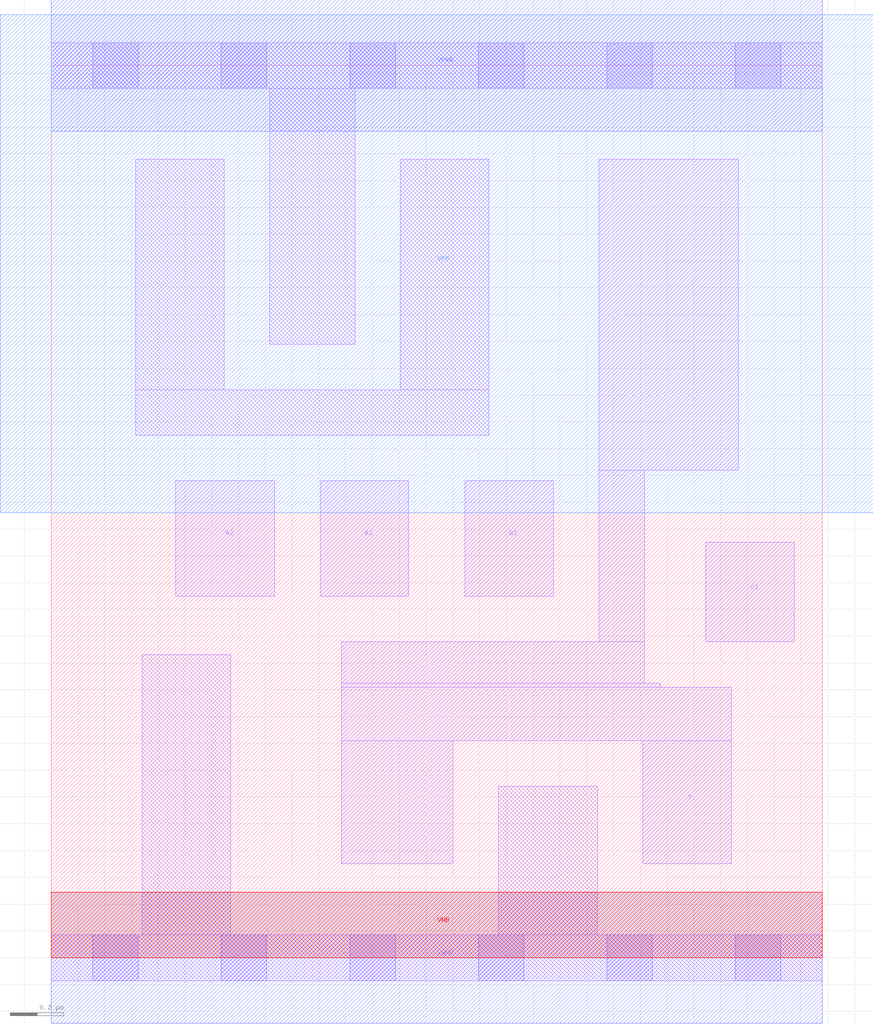
<source format=lef>
# Copyright 2020 The SkyWater PDK Authors
#
# Licensed under the Apache License, Version 2.0 (the "License");
# you may not use this file except in compliance with the License.
# You may obtain a copy of the License at
#
#     https://www.apache.org/licenses/LICENSE-2.0
#
# Unless required by applicable law or agreed to in writing, software
# distributed under the License is distributed on an "AS IS" BASIS,
# WITHOUT WARRANTIES OR CONDITIONS OF ANY KIND, either express or implied.
# See the License for the specific language governing permissions and
# limitations under the License.
#
# SPDX-License-Identifier: Apache-2.0

VERSION 5.7 ;
  NOWIREEXTENSIONATPIN ON ;
  DIVIDERCHAR "/" ;
  BUSBITCHARS "[]" ;
MACRO sky130_fd_sc_ls__a211oi_1
  CLASS CORE ;
  FOREIGN sky130_fd_sc_ls__a211oi_1 ;
  ORIGIN  0.000000  0.000000 ;
  SIZE  2.880000 BY  3.330000 ;
  SYMMETRY X Y ;
  SITE unit ;
  PIN A1
    ANTENNAGATEAREA  0.279000 ;
    DIRECTION INPUT ;
    USE SIGNAL ;
    PORT
      LAYER li1 ;
        RECT 1.005000 1.350000 1.335000 1.780000 ;
    END
  END A1
  PIN A2
    ANTENNAGATEAREA  0.279000 ;
    DIRECTION INPUT ;
    USE SIGNAL ;
    PORT
      LAYER li1 ;
        RECT 0.465000 1.350000 0.835000 1.780000 ;
    END
  END A2
  PIN B1
    ANTENNAGATEAREA  0.279000 ;
    DIRECTION INPUT ;
    USE SIGNAL ;
    PORT
      LAYER li1 ;
        RECT 1.545000 1.350000 1.875000 1.780000 ;
    END
  END B1
  PIN C1
    ANTENNAGATEAREA  0.279000 ;
    DIRECTION INPUT ;
    USE SIGNAL ;
    PORT
      LAYER li1 ;
        RECT 2.445000 1.180000 2.775000 1.550000 ;
    END
  END C1
  PIN VNB
    PORT
      LAYER pwell ;
        RECT 0.000000 0.000000 2.880000 0.245000 ;
    END
  END VNB
  PIN VPB
    PORT
      LAYER nwell ;
        RECT -0.190000 1.660000 3.070000 3.520000 ;
    END
  END VPB
  PIN Y
    ANTENNADIFFAREA  0.792700 ;
    DIRECTION OUTPUT ;
    USE SIGNAL ;
    PORT
      LAYER li1 ;
        RECT 1.085000 0.350000 1.500000 0.810000 ;
        RECT 1.085000 0.810000 2.540000 1.010000 ;
        RECT 1.085000 1.010000 2.275000 1.025000 ;
        RECT 1.085000 1.025000 2.215000 1.180000 ;
        RECT 2.045000 1.180000 2.215000 1.820000 ;
        RECT 2.045000 1.820000 2.565000 2.980000 ;
        RECT 2.210000 0.350000 2.540000 0.810000 ;
    END
  END Y
  PIN VGND
    DIRECTION INOUT ;
    SHAPE ABUTMENT ;
    USE GROUND ;
    PORT
      LAYER met1 ;
        RECT 0.000000 -0.245000 2.880000 0.245000 ;
    END
  END VGND
  PIN VPWR
    DIRECTION INOUT ;
    SHAPE ABUTMENT ;
    USE POWER ;
    PORT
      LAYER met1 ;
        RECT 0.000000 3.085000 2.880000 3.575000 ;
    END
  END VPWR
  OBS
    LAYER li1 ;
      RECT 0.000000 -0.085000 2.880000 0.085000 ;
      RECT 0.000000  3.245000 2.880000 3.415000 ;
      RECT 0.315000  1.950000 1.635000 2.120000 ;
      RECT 0.315000  2.120000 0.645000 2.980000 ;
      RECT 0.340000  0.085000 0.670000 1.130000 ;
      RECT 0.815000  2.290000 1.135000 3.245000 ;
      RECT 1.305000  2.120000 1.635000 2.980000 ;
      RECT 1.670000  0.085000 2.040000 0.640000 ;
    LAYER mcon ;
      RECT 0.155000 -0.085000 0.325000 0.085000 ;
      RECT 0.155000  3.245000 0.325000 3.415000 ;
      RECT 0.635000 -0.085000 0.805000 0.085000 ;
      RECT 0.635000  3.245000 0.805000 3.415000 ;
      RECT 1.115000 -0.085000 1.285000 0.085000 ;
      RECT 1.115000  3.245000 1.285000 3.415000 ;
      RECT 1.595000 -0.085000 1.765000 0.085000 ;
      RECT 1.595000  3.245000 1.765000 3.415000 ;
      RECT 2.075000 -0.085000 2.245000 0.085000 ;
      RECT 2.075000  3.245000 2.245000 3.415000 ;
      RECT 2.555000 -0.085000 2.725000 0.085000 ;
      RECT 2.555000  3.245000 2.725000 3.415000 ;
  END
END sky130_fd_sc_ls__a211oi_1
END LIBRARY

</source>
